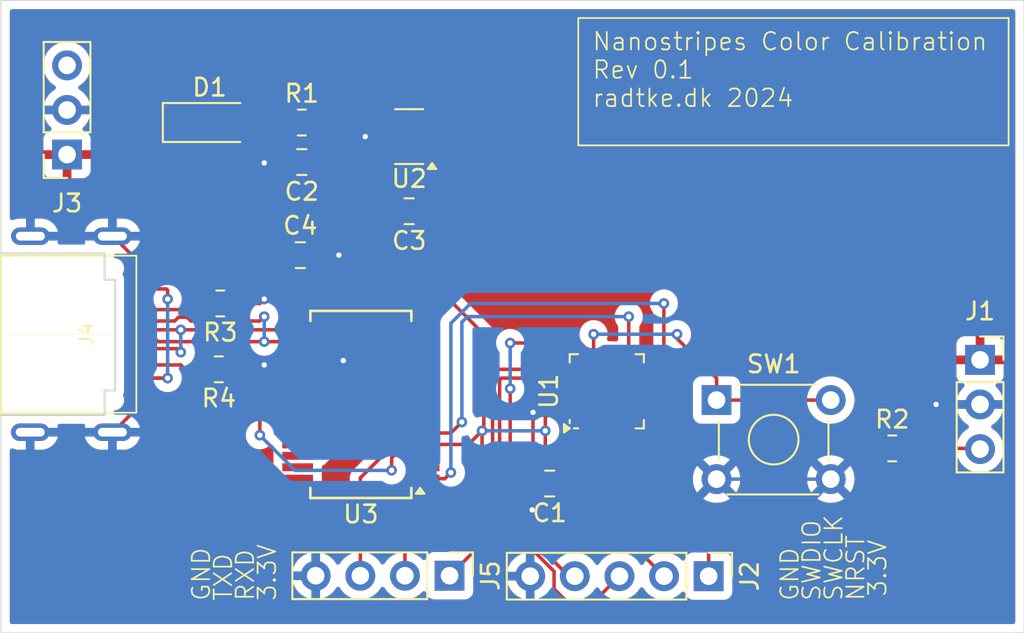
<source format=kicad_pcb>
(kicad_pcb (version 20240108) (generator "pcbnew") (generator_version "8.0")
  (layers (0 "F.Cu" signal) (31 "B.Cu" signal) (34 "B.Paste" user) (35 "F.Paste" user) (36 "B.SilkS" user "B.Silkscreen") (37 "F.SilkS" user "F.Silkscreen") (38 "B.Mask" user) (39 "F.Mask" user) (44 "Edge.Cuts" user))
  (net 0 "")
  (net 1 "+3.3V")
  (net 2 "GND")
  (net 3 "Net-(U2-IN)")
  (net 4 "Net-(D1-A)")
  (net 5 "+42V")
  (net 6 "Net-(J1-Pin_3)")
  (net 7 "SWCLK")
  (net 8 "SWDIO")
  (net 9 "NRST")
  (net 11 "E1")
  (net 12 "Net-(U1-PA27)")
  (net 17 "TXD")
  (net 22 "RXD")
  (net 32 "Net-(J4-VBUS-PadA4)")
  (net 33 "Net-(U3-3V3OUT)")
  (net 34 "Net-(U3-USBD-)")
  (net 35 "Net-(J4-CC2)")
  (net 36 "Net-(U3-USBD+)")
  (net 37 "Net-(J4-CC1)")
  (footprint "Capacitor_SMD:C_0805_2012Metric" (layer "F.Cu") (at 82.75 94 180)
    (property "Reference" "C1" (at 0 -1.68 360) (layer "F.SilkS"))
    (property "Value" "100n" (hide yes))
    (fp_line (start -0.261252 0.735) (end 0.261252 0.735) (stroke (width 0.12)) (layer "F.SilkS"))
    (fp_line (start -0.261252 -0.735) (end 0.261252 -0.735) (stroke (width 0.12)) (layer "F.SilkS"))
    (pad "1" smd roundrect (at -0.95 0 180) (size 1 1.45) (layers "F.Cu" "F.Paste" "F.Mask") (net 1 "+3.3V"))
    (pad "2" smd roundrect (at 0.95 0 180) (size 1 1.45) (layers "F.Cu" "F.Paste" "F.Mask") (net 2 "GND"))
  )
  (footprint "Resistor_SMD:R_0805_2012Metric" (layer "F.Cu") (at 63.9125 87.5 180)
    (property "Reference" "R4" (at 0 -1.65 360) (layer "F.SilkS"))
    (property "Value" "5,1k" (hide yes))
    (fp_line (start -0.227064 0.735) (end 0.227064 0.735) (stroke (width 0.12)) (layer "F.SilkS"))
    (fp_line (start -0.227064 -0.735) (end 0.227064 -0.735) (stroke (width 0.12)) (layer "F.SilkS"))
    (pad "1" smd roundrect (at -0.9125 0 180) (size 1.025 1.4) (layers "F.Cu" "F.Paste" "F.Mask") (roundrect_rratio 0.243902) (net 2 "GND"))
    (pad "2" smd roundrect (at 0.9125 0 180) (size 1.025 1.4) (layers "F.Cu" "F.Paste" "F.Mask") (roundrect_rratio 0.243902) (net 35 "Net-(J4-CC2)"))
  )
  (footprint "Package_DFN_QFN:QFN-24-1EP_4x4mm_P0.5mm_EP2.6x2.6mm" (layer "F.Cu") (at 86 88.75 90)
    (property "Reference" "U1" (at 0 -3.3 90) (layer "F.SilkS"))
    (property "Value" "ATSAMD11D14A-M" (hide yes))
    (fp_line (start 2.11 -2.11) (end 2.11 -1.635) (stroke (width 0.12)) (layer "F.SilkS"))
    (fp_line (start 1.635 -2.11) (end 2.11 -2.11) (stroke (width 0.12)) (layer "F.SilkS"))
    (fp_line (start -1.635 -2.11) (end -1.81 -2.11) (stroke (width 0.12)) (layer "F.SilkS"))
    (fp_line (start -2.11 -1.635) (end -2.11 -1.87) (stroke (width 0.12)) (layer "F.SilkS"))
    (fp_line (start 2.11 2.11) (end 2.11 1.635) (stroke (width 0.12)) (layer "F.SilkS"))
    (fp_line (start 1.635 2.11) (end 2.11 2.11) (stroke (width 0.12)) (layer "F.SilkS"))
    (fp_line (start -1.635 2.11) (end -2.11 2.11) (stroke (width 0.12)) (layer "F.SilkS"))
    (fp_line (start -2.11 2.11) (end -2.11 1.635) (stroke (width 0.12)) (layer "F.SilkS"))
    (fp_poly (pts (xy -2.11 -2.11) (xy -2.35 -2.44) (xy -1.87 -2.44) (xy -2.11 -2.11)) (stroke (width 0.12)) (fill solid) (layer "F.SilkS"))
    (pad "1" smd roundrect (at -1.9375 -1.25 90) (size 0.825 0.25) (layers "F.Cu" "F.Paste" "F.Mask"))
    (pad "2" smd roundrect (at -1.9375 -0.75 90) (size 0.825 0.25) (layers "F.Cu" "F.Paste" "F.Mask"))
    (pad "3" smd roundrect (at -1.9375 -0.25 90) (size 0.825 0.25) (layers "F.Cu" "F.Paste" "F.Mask") (net 11 "E1"))
    (pad "4" smd roundrect (at -1.9375 0.25 90) (size 0.825 0.25) (layers "F.Cu" "F.Paste" "F.Mask"))
    (pad "5" smd roundrect (at -1.9375 0.75 90) (size 0.825 0.25) (layers "F.Cu" "F.Paste" "F.Mask"))
    (pad "6" smd roundrect (at -1.9375 1.25 90) (size 0.825 0.25) (layers "F.Cu" "F.Paste" "F.Mask"))
    (pad "7" smd roundrect (at -1.25 1.9375 90) (size 0.25 0.825) (layers "F.Cu" "F.Paste" "F.Mask"))
    (pad "8" smd roundrect (at -0.75 1.9375 90) (size 0.25 0.825) (layers "F.Cu" "F.Paste" "F.Mask"))
    (pad "9" smd roundrect (at -0.25 1.9375 90) (size 0.25 0.825) (layers "F.Cu" "F.Paste" "F.Mask"))
    (pad "10" smd roundrect (at 0.25 1.9375 90) (size 0.25 0.825) (layers "F.Cu" "F.Paste" "F.Mask"))
    (pad "11" smd roundrect (at 0.75 1.9375 90) (size 0.25 0.825) (layers "F.Cu" "F.Paste" "F.Mask") (net 22 "RXD"))
    (pad "12" smd roundrect (at 1.25 1.9375 90) (size 0.25 0.825) (layers "F.Cu" "F.Paste" "F.Mask"))
    (pad "13" smd roundrect (at 1.9375 1.25 90) (size 0.825 0.25) (layers "F.Cu" "F.Paste" "F.Mask") (net 17 "TXD"))
    (pad "14" smd roundrect (at 1.9375 0.75 90) (size 0.825 0.25) (layers "F.Cu" "F.Paste" "F.Mask"))
    (pad "15" smd roundrect (at 1.9375 0.25 90) (size 0.825 0.25) (layers "F.Cu" "F.Paste" "F.Mask"))
    (pad "16" smd roundrect (at 1.9375 -0.25 90) (size 0.825 0.25) (layers "F.Cu" "F.Paste" "F.Mask"))
    (pad "17" smd roundrect (at 1.9375 -0.75 90) (size 0.825 0.25) (layers "F.Cu" "F.Paste" "F.Mask") (net 12 "Net-(U1-PA27)"))
    (pad "18" smd roundrect (at 1.9375 -1.25 90) (size 0.825 0.25) (layers "F.Cu" "F.Paste" "F.Mask") (net 9 "NRST"))
    (pad "19" smd roundrect (at 1.25 -1.9375 90) (size 0.25 0.825) (layers "F.Cu" "F.Paste" "F.Mask") (net 7 "SWCLK"))
    (pad "20" smd roundrect (at 0.75 -1.9375 90) (size 0.25 0.825) (layers "F.Cu" "F.Paste" "F.Mask") (net 8 "SWDIO"))
    (pad "21" smd roundrect (at 0.25 -1.9375 90) (size 0.25 0.825) (layers "F.Cu" "F.Paste" "F.Mask"))
    (pad "22" smd roundrect (at -0.25 -1.9375 90) (size 0.25 0.825) (layers "F.Cu" "F.Paste" "F.Mask"))
    (pad "23" smd roundrect (at -0.75 -1.9375 90) (size 0.25 0.825) (layers "F.Cu" "F.Paste" "F.Mask") (net 2 "GND"))
    (pad "24" smd roundrect (at -1.25 -1.9375 90) (size 0.25 0.825) (layers "F.Cu" "F.Paste" "F.Mask") (net 1 "+3.3V"))
    (pad "25" smd rect (at 0 0 90) (size 2.6 2.6) (property pad_prop_heatsink) (layers "F.Cu" "F.Mask"))
  )
  (footprint "Capacitor_SMD:C_0805_2012Metric" (layer "F.Cu") (at 68.55 81)
    (property "Reference" "C4" (at 0 -1.68 0) (layer "F.SilkS"))
    (property "Value" "100n" (hide yes))
    (fp_line (start -0.261252 -0.735) (end 0.261252 -0.735) (stroke (width 0.12)) (layer "F.SilkS"))
    (fp_line (start -0.261252 0.735) (end 0.261252 0.735) (stroke (width 0.12)) (layer "F.SilkS"))
    (pad "1" smd roundrect (at -0.95 0) (size 1 1.45) (layers "F.Cu" "F.Paste" "F.Mask") (net 33 "Net-(U3-3V3OUT)"))
    (pad "2" smd roundrect (at 0.95 0) (size 1 1.45) (layers "F.Cu" "F.Paste" "F.Mask") (net 2 "GND"))
  )
  (footprint "Button_Switch_THT:SW_TH_Tactile_Omron_B3F-10xx" (layer "F.Cu") (at 92.25 89.25)
    (property "Reference" "SW1" (at 3.25 -2.05 0) (layer "F.SilkS"))
    (property "Value" "SW_Push" (hide yes))
    (fp_line (start 0.13 3.4) (end 0.13 1.2) (stroke (width 0.12)) (layer "F.SilkS"))
    (fp_line (start 0.6 5.37) (end 5.8 5.37) (stroke (width 0.12)) (layer "F.SilkS"))
    (fp_line (start 1.2 -0.87) (end 5.6 -0.87) (stroke (width 0.12)) (layer "F.SilkS"))
    (fp_line (start 6.37 1.2) (end 6.37 3.4) (stroke (width 0.12)) (layer "F.SilkS"))
    (fp_circle (center 3.25 2.25) (end 4.25 3.25) (stroke (width 0.12)) (fill none) (layer "F.SilkS"))
    (pad "1" thru_hole rect (at 0 0) (size 1.7 1.7) (drill 1) (layers "*.Cu" "*.Mask") (net 12 "Net-(U1-PA27)"))
    (pad "1" thru_hole circle (at 6.5 0) (size 1.7 1.7) (drill 1) (layers "*.Cu" "*.Mask") (net 12 "Net-(U1-PA27)"))
    (pad "2" thru_hole circle (at 0 4.5) (size 1.7 1.7) (drill 1) (layers "*.Cu" "*.Mask") (net 2 "GND"))
    (pad "2" thru_hole circle (at 6.5 4.5) (size 1.7 1.7) (drill 1) (layers "*.Cu" "*.Mask") (net 2 "GND"))
  )
  (footprint "Resistor_SMD:R_0805_2012Metric" (layer "F.Cu") (at 68.6375 73.45)
    (property "Reference" "R1" (at 0 -1.65 0) (layer "F.SilkS"))
    (property "Value" "120" (hide yes))
    (fp_line (start -0.227064 -0.735) (end 0.227064 -0.735) (stroke (width 0.12)) (layer "F.SilkS"))
    (fp_line (start -0.227064 0.735) (end 0.227064 0.735) (stroke (width 0.12)) (layer "F.SilkS"))
    (pad "1" smd roundrect (at -0.9125 0) (size 1.025 1.4) (layers "F.Cu" "F.Paste" "F.Mask") (roundrect_rratio 0.243902) (net 4 "Net-(D1-A)"))
    (pad "2" smd roundrect (at 0.9125 0) (size 1.025 1.4) (layers "F.Cu" "F.Paste" "F.Mask") (roundrect_rratio 0.243902) (net 3 "Net-(U2-IN)"))
  )
  (footprint "Resistor_SMD:R_0805_2012Metric" (layer "F.Cu") (at 102.25 92)
    (property "Reference" "R2" (at 0 -1.65 0) (layer "F.SilkS"))
    (property "Value" "2,2k" (hide yes))
    (fp_line (start -0.227064 -0.735) (end 0.227064 -0.735) (stroke (width 0.12)) (layer "F.SilkS"))
    (fp_line (start -0.227064 0.735) (end 0.227064 0.735) (stroke (width 0.12)) (layer "F.SilkS"))
    (pad "1" smd roundrect (at -0.9125 0) (size 1.025 1.4) (layers "F.Cu" "F.Paste" "F.Mask") (roundrect_rratio 0.243902) (net 11 "E1"))
    (pad "2" smd roundrect (at 0.9125 0) (size 1.025 1.4) (layers "F.Cu" "F.Paste" "F.Mask") (roundrect_rratio 0.243902) (net 6 "Net-(J1-Pin_3)"))
  )
  (footprint "Connector_PinSocket_2.54mm:PinSocket_1x03_P2.54mm_Vertical" (layer "F.Cu") (at 107.25 86.96)
    (property "Reference" "J1" (at 0 -2.77 0) (layer "F.SilkS"))
    (property "Value" "Conn_01x03_Socket" (hide yes))
    (fp_line (start -1.33 1.27) (end -1.33 6.41) (stroke (width 0.12)) (layer "F.SilkS"))
    (fp_line (start -1.33 1.27) (end 1.33 1.27) (stroke (width 0.12)) (layer "F.SilkS"))
    (fp_line (start -1.33 6.41) (end 1.33 6.41) (stroke (width 0.12)) (layer "F.SilkS"))
    (fp_line (start 0 -1.33) (end 1.33 -1.33) (stroke (width 0.12)) (layer "F.SilkS"))
    (fp_line (start 1.33 -1.33) (end 1.33 0) (stroke (width 0.12)) (layer "F.SilkS"))
    (fp_line (start 1.33 1.27) (end 1.33 6.41) (stroke (width 0.12)) (layer "F.SilkS"))
    (pad "1" thru_hole rect (at 0 0) (size 1.7 1.7) (drill 1) (layers "*.Cu" "*.Mask") (net 5 "+42V"))
    (pad "2" thru_hole oval (at 0 2.54) (size 1.7 1.7) (drill 1) (layers "*.Cu" "*.Mask") (net 2 "GND"))
    (pad "3" thru_hole oval (at 0 5.08) (size 1.7 1.7) (drill 1) (layers "*.Cu" "*.Mask") (net 6 "Net-(J1-Pin_3)"))
  )
  (footprint "Connector_PinHeader_2.54mm:PinHeader_1x04_P2.54mm_Vertical" (layer "F.Cu") (at 77.05 99.25 -90)
    (property "Reference" "J5" (at 0 -2.33 90) (layer "F.SilkS"))
    (property "Value" "Conn_01x04_Pin" (hide yes))
    (fp_line (start -1.33 8.95) (end 1.33 8.95) (stroke (width 0.12)) (layer "F.SilkS"))
    (fp_line (start -1.33 1.27) (end -1.33 8.95) (stroke (width 0.12)) (layer "F.SilkS"))
    (fp_line (start -1.33 1.27) (end 1.33 1.27) (stroke (width 0.12)) (layer "F.SilkS"))
    (fp_line (start 1.33 1.27) (end 1.33 8.95) (stroke (width 0.12)) (layer "F.SilkS"))
    (fp_line (start -1.33 0) (end -1.33 -1.33) (stroke (width 0.12)) (layer "F.SilkS"))
    (fp_line (start -1.33 -1.33) (end 0 -1.33) (stroke (width 0.12)) (layer "F.SilkS"))
    (pad "1" thru_hole rect (at 0 0 270) (size 1.7 1.7) (drill 1) (layers "*.Cu" "*.Mask") (net 1 "+3.3V"))
    (pad "2" thru_hole oval (at 0 2.54 270) (size 1.7 1.7) (drill 1) (layers "*.Cu" "*.Mask") (net 22 "RXD"))
    (pad "3" thru_hole oval (at 0 5.08 270) (size 1.7 1.7) (drill 1) (layers "*.Cu" "*.Mask") (net 17 "TXD"))
    (pad "4" thru_hole oval (at 0 7.62 270) (size 1.7 1.7) (drill 1) (layers "*.Cu" "*.Mask") (net 2 "GND"))
  )
  (footprint "USB-C-Power-tester:TYPE-C-31-M-14" (layer "F.Cu") (at 54.2175 85.5 -90)
    (property "Reference" "J4" (at 0 -2.15 90) (layer "F.SilkS") (effects (font (size 0.8 0.8) (thickness 0.1))))
    (property "Value" "USB_C_Receptacle_USB2.0_16P" (hide yes))
    (fp_line (start 4.47 2.7) (end -4.47 2.7) (stroke (width 0.1)) (layer "F.SilkS"))
    (fp_line (start 0 -4.02) (end 0 2.3) (stroke (width 0.02)) (layer "F.SilkS"))
    (fp_line (start -4.47 -5) (end -4.47 2.7) (stroke (width 0.1)) (layer "F.SilkS"))
    (fp_line (start 4.47 -5) (end 4.47 2.7) (stroke (width 0.1)) (layer "F.SilkS"))
    (fp_line (start 4.47 -5) (end -4.47 -5) (stroke (width 0.1)) (layer "F.SilkS"))
    (fp_line (start 4.6 2.7) (end 4.6 -3.2) (stroke (width 0.12)) (layer "Edge.Cuts"))
    (fp_line (start -4.6 -3.2) (end -4.6 2.7) (stroke (width 0.12)) (layer "Edge.Cuts"))
    (fp_line (start -3.1 -3.2) (end -4.6 -3.2) (stroke (width 0.12)) (layer "Edge.Cuts"))
    (fp_line (start 3.2 -3.2) (end 3.2 -3.8) (stroke (width 0.12)) (layer "Edge.Cuts"))
    (fp_line (start 4.6 -3.2) (end 3.2 -3.2) (stroke (width 0.12)) (layer "Edge.Cuts"))
    (fp_line (start -3.1 -3.8) (end -3.1 -3.2) (stroke (width 0.12)) (layer "Edge.Cuts"))
    (fp_line (start 3.2 -3.8) (end -3.1 -3.8) (stroke (width 0.12)) (layer "Edge.Cuts"))
    (pad "" np_thru_hole circle (at -3.75 -3.725 270) (size 0.65 0.65) (drill 0.65) (layers "*.Cu" "*.Mask") (clearance 0.01))
    (pad "" np_thru_hole circle (at 3.75 -3.725 270) (size 0.65 0.65) (drill 0.65) (layers "*.Cu" "*.Mask") (clearance 0.01))
    (pad "A1" smd rect (at -3.375 -5.1 270) (size 0.25 1.45) (layers "F.Cu" "F.Paste" "F.Mask") (net 2 "GND"))
    (pad "A4" smd rect (at -2.575 -5.1 270) (size 0.25 1.45) (layers "F.Cu" "F.Paste" "F.Mask") (net 32 "Net-(J4-VBUS-PadA4)"))
    (pad "A5" smd rect (at -1.25 -5.1 270) (size 0.25 1.45) (layers "F.Cu" "F.Paste" "F.Mask") (net 37 "Net-(J4-CC1)"))
    (pad "A6" smd rect (at -0.25 -5.1 270) (size 0.25 1.45) (layers "F.Cu" "F.Paste" "F.Mask") (net 36 "Net-(U3-USBD+)"))
    (pad "A7" smd rect (at 0.25 -5.1 270) (size 0.25 1.45) (layers "F.Cu" "F.Paste" "F.Mask") (net 34 "Net-(U3-USBD-)"))
    (pad "A8" smd rect (at 1.25 -5.1 270) (size 0.25 1.45) (layers "F.Cu" "F.Paste" "F.Mask"))
    (pad "A9" smd rect (at 2.575 -5.1 270) (size 0.25 1.45) (layers "F.Cu" "F.Paste" "F.Mask") (net 32 "Net-(J4-VBUS-PadA4)"))
    (pad "A12" smd rect (at 3.375 -5.1 270) (size 0.25 1.45) (layers "F.Cu" "F.Paste" "F.Mask") (net 2 "GND"))
    (pad "B1" smd rect (at 3.1 -5.1 270) (size 0.3 1.45) (layers "F.Cu" "F.Paste" "F.Mask") (net 2 "GND"))
    (pad "B4" smd rect (at 2.3 -5.1 270) (size 0.3 1.45) (layers "F.Cu" "F.Paste" "F.Mask") (net 32 "Net-(J4-VBUS-PadA4)"))
    (pad "B5" smd rect (at 1.75 -5.1 270) (size 0.25 1.45) (layers "F.Cu" "F.Paste" "F.Mask") (net 35 "Net-(J4-CC2)"))
    (pad "B6" smd rect (at 0.75 -5.1 270) (size 0.25 1.45) (layers "F.Cu" "F.Paste" "F.Mask") (net 36 "Net-(U3-USBD+)"))
    (pad "B7" smd rect (at -0.75 -5.1 270) (size 0.25 1.45) (layers "F.Cu" "F.Paste" "F.Mask") (net 34 "Net-(U3-USBD-)"))
    (pad "B8" smd rect (at -1.75 -5.1 270) (size 0.25 1.45) (layers "F.Cu" "F.Paste" "F.Mask"))
    (pad "B9" smd rect (at -2.3 -5.1 270) (size 0.3 1.45) (layers "F.Cu" "F.Paste" "F.Mask") (net 32 "Net-(J4-VBUS-PadA4)"))
    (pad "B12" smd rect (at -3.1 -5.1 270) (size 0.3 1.45) (layers "F.Cu" "F.Paste" "F.Mask") (net 2 "GND"))
    (pad "S1" thru_hole roundrect (at -5.58 -3.64 270) (size 1 2.2) (drill oval 0.5 1.65) (layers "*.Cu" "*.Mask") (roundrect_rratio 0.5) (net 2 "GND"))
    (pad "S1" thru_hole roundrect (at -5.58 1.03 270) (size 1 2.2) (drill oval 0.5 1.65) (layers "*.Cu" "*.Mask") (roundrect_rratio 0.5) (net 2 "GND"))
    (pad "S1" thru_hole roundrect (at 5.58 -3.64 270) (size 1 2.2) (drill oval 0.5 1.65) (layers "*.Cu" "*.Mask") (roundrect_rratio 0.5) (net 2 "GND"))
    (pad "S1" thru_hole roundrect (at 5.58 1.04 270) (size 1 2.2) (drill oval 0.5 1.65) (layers "*.Cu" "*.Mask") (roundrect_rratio 0.5) (net 2 "GND"))
  )
  (footprint "Diode_SMD:D_MiniMELF" (layer "F.Cu") (at 63.3875 73.45)
    (property "Reference" "D1" (at 0 -2 0) (layer "F.SilkS"))
    (property "Value" "24V" (hide yes))
    (fp_line (start -2.66 -1.11) (end -2.66 1.11) (stroke (width 0.12)) (layer "F.SilkS"))
    (fp_line (start -2.66 1.11) (end 1.75 1.11) (stroke (width 0.12)) (layer "F.SilkS"))
    (fp_line (start 1.75 -1.11) (end -2.66 -1.11) (stroke (width 0.12)) (layer "F.SilkS"))
    (pad "1" smd roundrect (at -1.75 0) (size 1.3 1.7) (layers "F.Cu" "F.Paste" "F.Mask") (roundrect_rratio 0.1923076923) (net 5 "+42V"))
    (pad "2" smd roundrect (at 1.75 0) (size 1.3 1.7) (layers "F.Cu" "F.Paste" "F.Mask") (roundrect_rratio 0.1923076923) (net 4 "Net-(D1-A)"))
  )
  (footprint "Capacitor_SMD:C_0805_2012Metric" (layer "F.Cu") (at 74.75 78.5 180)
    (property "Reference" "C3" (at 0 -1.68 360) (layer "F.SilkS"))
    (property "Value" "0,47u" (hide yes))
    (fp_line (start -0.261252 0.735) (end 0.261252 0.735) (stroke (width 0.12)) (layer "F.SilkS"))
    (fp_line (start -0.261252 -0.735) (end 0.261252 -0.735) (stroke (width 0.12)) (layer "F.SilkS"))
    (pad "1" smd roundrect (at -0.95 0 180) (size 1 1.45) (layers "F.Cu" "F.Paste" "F.Mask") (net 1 "+3.3V"))
    (pad "2" smd roundrect (at 0.95 0 180) (size 1 1.45) (layers "F.Cu" "F.Paste" "F.Mask") (net 2 "GND"))
  )
  (footprint "Package_SO:SSOP-28_5.3x10.2mm_P0.65mm" (layer "F.Cu") (at 72 89.5 180)
    (property "Reference" "U3" (at 0 -6.25 360) (layer "F.SilkS"))
    (property "Value" "FT232RL" (hide yes))
    (fp_line (start 2.875 4.75) (end 2.875 5.325) (stroke (width 0.15)) (layer "F.SilkS"))
    (fp_line (start 2.875 -5.325) (end 2.875 -4.75) (stroke (width 0.15)) (layer "F.SilkS"))
    (fp_line (start -2.875 5.325) (end 2.875 5.325) (stroke (width 0.15)) (layer "F.SilkS"))
    (fp_line (start -2.875 4.75) (end -2.875 5.325) (stroke (width 0.15)) (layer "F.SilkS"))
    (fp_line (start -2.875 -5.325) (end 2.875 -5.325) (stroke (width 0.15)) (layer "F.SilkS"))
    (fp_line (start -2.875 -5.325) (end -2.875 -4.75) (stroke (width 0.15)) (layer "F.SilkS"))
    (fp_poly (pts (xy -3.375 -4.75) (xy -3.615 -5.08) (xy -3.135 -5.08) (xy -3.375 -4.75)) (stroke (width 0.12)) (fill solid) (layer "F.SilkS"))
    (pad "1" smd rect (at -3.6 -4.225 180) (size 1.75 0.45) (layers "F.Cu" "F.Paste" "F.Mask") (net 22 "RXD"))
    (pad "2" smd rect (at -3.6 -3.575 180) (size 1.75 0.45) (layers "F.Cu" "F.Paste" "F.Mask"))
    (pad "3" smd rect (at -3.6 -2.925 180) (size 1.75 0.45) (layers "F.Cu" "F.Paste" "F.Mask"))
    (pad "4" smd rect (at -3.6 -2.275 180) (size 1.75 0.45) (layers "F.Cu" "F.Paste" "F.Mask") (net 1 "+3.3V"))
    (pad "5" smd rect (at -3.6 -1.625 180) (size 1.75 0.45) (layers "F.Cu" "F.Paste" "F.Mask") (net 17 "TXD"))
    (pad "6" smd rect (at -3.6 -0.975 180) (size 1.75 0.45) (layers "F.Cu" "F.Paste" "F.Mask"))
    (pad "7" smd rect (at -3.6 -0.325 180) (size 1.75 0.45) (layers "F.Cu" "F.Paste" "F.Mask") (net 2 "GND"))
    (pad "8" smd rect (at -3.6 0.325 180) (size 1.75 0.45) (layers "F.Cu" "F.Paste" "F.Mask"))
    (pad "9" smd rect (at -3.6 0.975 180) (size 1.75 0.45) (layers "F.Cu" "F.Paste" "F.Mask"))
    (pad "10" smd rect (at -3.6 1.625 180) (size 1.75 0.45) (layers "F.Cu" "F.Paste" "F.Mask"))
    (pad "11" smd rect (at -3.6 2.275 180) (size 1.75 0.45) (layers "F.Cu" "F.Paste" "F.Mask"))
    (pad "12" smd rect (at -3.6 2.925 180) (size 1.75 0.45) (layers "F.Cu" "F.Paste" "F.Mask"))
    (pad "13" smd rect (at -3.6 3.575 180) (size 1.75 0.45) (layers "F.Cu" "F.Paste" "F.Mask"))
    (pad "14" smd rect (at -3.6 4.225 180) (size 1.75 0.45) (layers "F.Cu" "F.Paste" "F.Mask"))
    (pad "15" smd rect (at 3.6 4.225 180) (size 1.75 0.45) (layers "F.Cu" "F.Paste" "F.Mask") (net 36 "Net-(U3-USBD+)"))
    (pad "16" smd rect (at 3.6 3.575 180) (size 1.75 0.45) (layers "F.Cu" "F.Paste" "F.Mask") (net 34 "Net-(U3-USBD-)"))
    (pad "17" smd rect (at 3.6 2.925 180) (size 1.75 0.45) (layers "F.Cu" "F.Paste" "F.Mask") (net 33 "Net-(U3-3V3OUT)"))
    (pad "18" smd rect (at 3.6 2.275 180) (size 1.75 0.45) (layers "F.Cu" "F.Paste" "F.Mask") (net 2 "GND"))
    (pad "19" smd rect (at 3.6 1.625 180) (size 1.75 0.45) (layers "F.Cu" "F.Paste" "F.Mask"))
    (pad "20" smd rect (at 3.6 0.975 180) (size 1.75 0.45) (layers "F.Cu" "F.Paste" "F.Mask") (net 1 "+3.3V"))
    (pad "21" smd rect (at 3.6 0.325 180) (size 1.75 0.45) (layers "F.Cu" "F.Paste" "F.Mask") (net 2 "GND"))
    (pad "22" smd rect (at 3.6 -0.325 180) (size 1.75 0.45) (layers "F.Cu" "F.Paste" "F.Mask"))
    (pad "23" smd rect (at 3.6 -0.975 180) (size 1.75 0.45) (layers "F.Cu" "F.Paste" "F.Mask"))
    (pad "24" smd rect (at 3.6 -1.625 180) (size 1.75 0.45) (layers "F.Cu" "F.Paste" "F.Mask"))
    (pad "25" smd rect (at 3.6 -2.275 180) (size 1.75 0.45) (layers "F.Cu" "F.Paste" "F.Mask") (net 2 "GND"))
    (pad "26" smd rect (at 3.6 -2.925 180) (size 1.75 0.45) (layers "F.Cu" "F.Paste" "F.Mask") (net 2 "GND"))
    (pad "27" smd rect (at 3.6 -3.575 180) (size 1.75 0.45) (layers "F.Cu" "F.Paste" "F.Mask"))
    (pad "28" smd rect (at 3.6 -4.225 180) (size 1.75 0.45) (layers "F.Cu" "F.Paste" "F.Mask"))
  )
  (footprint "Package_TO_SOT_SMD:SOT-23-3" (layer "F.Cu") (at 74.75 74.25 180)
    (property "Reference" "U2" (at 0 -2.4 360) (layer "F.SilkS"))
    (property "Value" "78L03" (hide yes))
    (fp_line (start 0 1.56) (end 0.8 1.56) (stroke (width 0.12)) (layer "F.SilkS"))
    (fp_line (start 0 1.56) (end -0.8 1.56) (stroke (width 0.12)) (layer "F.SilkS"))
    (fp_line (start 0 -1.56) (end 0.8 -1.56) (stroke (width 0.12)) (layer "F.SilkS"))
    (fp_line (start 0 -1.56) (end -0.8 -1.56) (stroke (width 0.12)) (layer "F.SilkS"))
    (fp_poly (pts (xy -1.3 -1.51) (xy -1.54 -1.84) (xy -1.06 -1.84) (xy -1.3 -1.51)) (stroke (width 0.12)) (fill solid) (layer "F.SilkS"))
    (pad "1" smd roundrect (at -1.1375 -0.95 180) (size 1.325 0.6) (layers "F.Cu" "F.Paste" "F.Mask") (net 1 "+3.3V"))
    (pad "2" smd roundrect (at -1.1375 0.95 180) (size 1.325 0.6) (layers "F.Cu" "F.Paste" "F.Mask") (net 3 "Net-(U2-IN)"))
    (pad "3" smd roundrect (at 1.1375 0 180) (size 1.325 0.6) (layers "F.Cu" "F.Paste" "F.Mask") (net 2 "GND"))
  )
  (footprint "Resistor_SMD:R_0805_2012Metric" (layer "F.Cu") (at 64 83.75 180)
    (property "Reference" "R3" (at 0 -1.65 360) (layer "F.SilkS"))
    (property "Value" "5,1k" (hide yes))
    (fp_line (start -0.227064 0.735) (end 0.227064 0.735) (stroke (width 0.12)) (layer "F.SilkS"))
    (fp_line (start -0.227064 -0.735) (end 0.227064 -0.735) (stroke (width 0.12)) (layer "F.SilkS"))
    (pad "1" smd roundrect (at -0.9125 0 180) (size 1.025 1.4) (layers "F.Cu" "F.Paste" "F.Mask") (roundrect_rratio 0.243902) (net 2 "GND"))
    (pad "2" smd roundrect (at 0.9125 0 180) (size 1.025 1.4) (layers "F.Cu" "F.Paste" "F.Mask") (roundrect_rratio 0.243902) (net 37 "Net-(J4-CC1)"))
  )
  (footprint "Capacitor_SMD:C_0805_2012Metric" (layer "F.Cu") (at 68.6375 75.7 180)
    (property "Reference" "C2" (at 0 -1.68 360) (layer "F.SilkS"))
    (property "Value" "1u" (hide yes))
    (fp_line (start -0.261252 0.735) (end 0.261252 0.735) (stroke (width 0.12)) (layer "F.SilkS"))
    (fp_line (start -0.261252 -0.735) (end 0.261252 -0.735) (stroke (width 0.12)) (layer "F.SilkS"))
    (pad "1" smd roundrect (at -0.95 0 180) (size 1 1.45) (layers "F.Cu" "F.Paste" "F.Mask") (net 3 "Net-(U2-IN)"))
    (pad "2" smd roundrect (at 0.95 0 180) (size 1 1.45) (layers "F.Cu" "F.Paste" "F.Mask") (net 2 "GND"))
  )
  (footprint "Connector_PinHeader_2.54mm:PinHeader_1x05_P2.54mm_Vertical" (layer "F.Cu") (at 91.8 99.275 -90)
    (property "Reference" "J2" (at 0 -2.33 -90) (layer "F.SilkS"))
    (property "Value" "Conn_01x05_Pin" (hide yes))
    (fp_line (start -1.33 11.49) (end 1.33 11.49) (stroke (width 0.12)) (layer "F.SilkS"))
    (fp_line (start -1.33 1.27) (end -1.33 11.49) (stroke (width 0.12)) (layer "F.SilkS"))
    (fp_line (start -1.33 1.27) (end 1.33 1.27) (stroke (width 0.12)) (layer "F.SilkS"))
    (fp_line (start 1.33 1.27) (end 1.33 11.49) (stroke (width 0.12)) (layer "F.SilkS"))
    (fp_line (start -1.33 0) (end -1.33 -1.33) (stroke (width 0.12)) (layer "F.SilkS"))
    (fp_line (start -1.33 -1.33) (end 0 -1.33) (stroke (width 0.12)) (layer "F.SilkS"))
    (pad "1" thru_hole rect (at 0 0 270) (size 1.7 1.7) (drill 1) (layers "*.Cu" "*.Mask") (net 1 "+3.3V"))
    (pad "2" thru_hole oval (at 0 2.54 270) (size 1.7 1.7) (drill 1) (layers "*.Cu" "*.Mask") (net 9 "NRST"))
    (pad "3" thru_hole oval (at 0 5.08 270) (size 1.7 1.7) (drill 1) (layers "*.Cu" "*.Mask") (net 7 "SWCLK"))
    (pad "4" thru_hole oval (at 0 7.62 270) (size 1.7 1.7) (drill 1) (layers "*.Cu" "*.Mask") (net 8 "SWDIO"))
    (pad "5" thru_hole oval (at 0 10.16 270) (size 1.7 1.7) (drill 1) (layers "*.Cu" "*.Mask") (net 2 "GND"))
  )
  (footprint "Connector_PinSocket_2.54mm:PinSocket_1x03_P2.54mm_Vertical" (layer "F.Cu") (at 55.275 75.275 180)
    (property "Reference" "J3" (at 0 -2.77 360) (layer "F.SilkS"))
    (property "Value" "Conn_01x03_Socket" (hide yes))
    (fp_line (start 1.33 1.27) (end 1.33 6.41) (stroke (width 0.12)) (layer "F.SilkS"))
    (fp_line (start 1.33 -1.33) (end 1.33 0) (stroke (width 0.12)) (layer "F.SilkS"))
    (fp_line (start 0 -1.33) (end 1.33 -1.33) (stroke (width 0.12)) (layer "F.SilkS"))
    (fp_line (start -1.33 6.41) (end 1.33 6.41) (stroke (width 0.12)) (layer "F.SilkS"))
    (fp_line (start -1.33 1.27) (end 1.33 1.27) (stroke (width 0.12)) (layer "F.SilkS"))
    (fp_line (start -1.33 1.27) (end -1.33 6.41) (stroke (width 0.12)) (layer "F.SilkS"))
    (pad "1" thru_hole rect (at 0 0 180) (size 1.7 1.7) (drill 1) (layers "*.Cu" "*.Mask") (net 5 "+42V"))
    (pad "2" thru_hole oval (at 0 2.54 180) (size 1.7 1.7) (drill 1) (layers "*.Cu" "*.Mask") (net 2 "GND"))
    (pad "3" thru_hole oval (at 0 5.08 180) (size 1.7 1.7) (drill 1) (layers "*.Cu" "*.Mask"))
  )
  (gr_line (start 51.5175 66.5) (end 109.75 66.5) (stroke (width 0.05)) (layer "Edge.Cuts"))
  (gr_line (start 51.5175 102.5) (end 51.5175 90.1) (stroke (width 0.05)) (layer "Edge.Cuts"))
  (gr_line (start 109.75 66.5) (end 109.75 102.5) (stroke (width 0.05)) (layer "Edge.Cuts"))
  (gr_line (start 109.75 102.5) (end 51.5175 102.5) (stroke (width 0.05)) (layer "Edge.Cuts"))
  (gr_line (start 51.5175 80.9) (end 51.5175 66.5) (stroke (width 0.05)) (layer "Edge.Cuts"))
  (gr_text "SWDIO" (at 98.25 100.75 90) (layer "F.SilkS") (effects (font (size 1 1) (thickness 0.1)) (justify left bottom)))
  (gr_text "GND" (at 63.5 100.75 90) (layer "F.SilkS") (effects (font (size 1 1) (thickness 0.1)) (justify left bottom)))
  (gr_text "GND" (at 97 100.75 90) (layer "F.SilkS") (effects (font (size 1 1) (thickness 0.1)) (justify left bottom)))
  (gr_text "SWCLK" (at 99.5 100.75 90) (layer "F.SilkS") (effects (font (size 1 1) (thickness 0.1)) (justify left bottom)))
  (gr_text "3.3V" (at 102 100.5 90) (layer "F.SilkS") (effects (font (size 1 1) (thickness 0.1)) (justify left bottom)))
  (gr_text "3.3V" (at 67.25 100.75 90) (layer "F.SilkS") (effects (font (size 1 1) (thickness 0.1)) (justify left bottom)))
  (gr_text "TXD" (at 64.75 100.75 90) (layer "F.SilkS") (effects (font (size 1 1) (thickness 0.1)) (justify left bottom)))
  (gr_text "NRST" (at 100.75 100.75 90) (layer "F.SilkS") (effects (font (size 1 1) (thickness 0.1)) (justify left bottom)))
  (gr_text "RXD" (at 66 100.75 90) (layer "F.SilkS") (effects (font (size 1 1) (thickness 0.1)) (justify left bottom)))
  (gr_text_box "Nanostripes Color Calibration\nRev 0.1\nradtke.dk 2024" (start 84.375 67.5) (end 108.875 74.75) (layer "F.SilkS") (effects (font (size 1 1) (thickness 0.1)) (justify left top)) (border yes) (stroke (width 0.1)))
  (segment (start 78.9 97.4) (end 77.05 99.25) (width 0.2) (layer "F.Cu") (net 1))
  (segment (start 78.9 91) (end 78.9 97.4) (width 0.2) (layer "F.Cu") (net 1))
  (segment (start 74.525 91.775) (end 75.6 91.775) (width 0.2) (layer "F.Cu") (net 1))
  (segment (start 86 97.25) (end 88.25 97.25) (width 0.2) (layer "F.Cu") (net 1))
  (segment (start 82.75 92.75) (end 83.25 92.75) (width 0.2) (layer "F.Cu") (net 1))
  (segment (start 66.25 89.6) (end 66.25 91.25) (width 0.2) (layer "F.Cu") (net 1))
  (segment (start 88.75 97.75) (end 91.75 97.75) (width 0.2) (layer "F.Cu") (net 1))
  (segment (start 82.75 90) (end 82.5 90.25) (width 0.2) (layer "F.Cu") (net 1))
  (segment (start 82.5 91) (end 82.5 92.5) (width 0.2) (layer "F.Cu") (net 1))
  (segment (start 88.25 97.25) (end 88.75 97.75) (width 0.2) (layer "F.Cu") (net 1))
  (segment (start 73.75 92.55) (end 74.525 91.775) (width 0.2) (layer "F.Cu") (net 1))
  (segment (start 82.5 92.5) (end 82.75 92.75) (width 0.2) (layer "F.Cu") (net 1))
  (segment (start 75.7 82.2) (end 79 85.5) (width 0.2) (layer "F.Cu") (net 1))
  (segment (start 84.0625 90) (end 82.75 90) (width 0.2) (layer "F.Cu") (net 1))
  (segment (start 75.8875 75.2) (end 75.8875 78.3125) (width 0.2) (layer "F.Cu") (net 1))
  (segment (start 75.6 91.775) (end 78.125 91.775) (width 0.2) (layer "F.Cu") (net 1))
  (segment (start 83.7 94.95) (end 86 97.25) (width 0.2) (layer "F.Cu") (net 1))
  (segment (start 91.8 97.8) (end 91.8 99.275) (width 0.2) (layer "F.Cu") (net 1))
  (segment (start 79 85.5) (end 79 90.9) (width 0.2) (layer "F.Cu") (net 1))
  (segment (start 79 90.9) (end 78.9 91) (width 0.2) (layer "F.Cu") (net 1))
  (segment (start 78.125 91.775) (end 78.9 91) (width 0.2) (layer "F.Cu") (net 1))
  (segment (start 68.4 88.525) (end 67.325 88.525) (width 0.2) (layer "F.Cu") (net 1))
  (segment (start 83.7 94) (end 83.7 94.95) (width 0.2) (layer "F.Cu") (net 1))
  (segment (start 83.7 93.2) (end 83.7 94) (width 0.2) (layer "F.Cu") (net 1))
  (segment (start 67.325 88.525) (end 66.25 89.6) (width 0.2) (layer "F.Cu") (net 1))
  (segment (start 82.5 90.25) (end 82.5 91) (width 0.2) (layer "F.Cu") (net 1))
  (segment (start 83.25 92.75) (end 83.7 93.2) (width 0.2) (layer "F.Cu") (net 1))
  (segment (start 91.75 97.75) (end 91.8 97.8) (width 0.2) (layer "F.Cu") (net 1))
  (segment (start 73.75 93.25) (end 73.75 92.55) (width 0.2) (layer "F.Cu") (net 1))
  (segment (start 75.8875 78.3125) (end 75.7 78.5) (width 0.2) (layer "F.Cu") (net 1))
  (segment (start 75.7 78.5) (end 75.7 82.2) (width 0.2) (layer "F.Cu") (net 1))
  (via (at 78.9 91) (size 0.6) (drill 0.3) (layers "F.Cu" "B.Cu") (net 1))
  (via (at 82.5 91) (size 0.6) (drill 0.3) (layers "F.Cu" "B.Cu") (net 1))
  (via (at 66.25 91.25) (size 0.6) (drill 0.3) (layers "F.Cu" "B.Cu") (net 1))
  (via (at 73.75 93.25) (size 0.6) (drill 0.3) (layers "F.Cu" "B.Cu") (net 1))
  (segment (start 68.25 93.25) (end 73.75 93.25) (width 0.2) (layer "B.Cu") (net 1))
  (segment (start 78.9 91) (end 82.5 91) (width 0.2) (layer "B.Cu") (net 1))
  (segment (start 66.25 91.25) (end 68.25 93.25) (width 0.2) (layer "B.Cu") (net 1))
  (segment (start 66.25 83.75) (end 66.5 83.5) (width 0.2) (layer "F.Cu") (net 2))
  (segment (start 53.21 91.08) (end 57.89 91.08) (width 0.2) (layer "F.Cu") (net 2))
  (segment (start 70.825 89.825) (end 70.75 89.75) (width 0.2) (layer "F.Cu") (net 2))
  (segment (start 59.35 82.125) (end 59.35 81.38) (width 0.2) (layer "F.Cu") (net 2))
  (segment (start 73.6125 74.25) (end 72.25 74.25) (width 0.2) (layer "F.Cu") (net 2))
  (segment (start 70.75 87.25) (end 70.75 87.9) (width 0.2) (layer "F.Cu") (net 2))
  (segment (start 64.9125 83.75) (end 66.25 83.75) (width 0.2) (layer "F.Cu") (net 2))
  (segment (start 81.8 89.95) (end 81.8 94) (width 0.2) (layer "F.Cu") (net 2))
  (segment (start 69.5 81) (end 70.75 81) (width 0.2) (layer "F.Cu") (net 2))
  (segment (start 70.75 90.5) (end 69.475 91.775) (width 0.2) (layer "F.Cu") (net 2))
  (segment (start 59.35 81.38) (end 57.89 79.92) (width 0.2) (layer "F.Cu") (net 2))
  (segment (start 82.25 89.5) (end 81.8 89.95) (width 0.2) (layer "F.Cu") (net 2))
  (segment (start 69.5 81) (end 69.5 83) (width 0.2) (layer "F.Cu") (net 2))
  (segment (start 73.8 78.5) (end 71.3 81) (width 0.2) (layer "F.Cu") (net 2))
  (segment (start 69.575 92.425) (end 70.75 91.25) (width 0.2) (layer "F.Cu") (net 2))
  (segment (start 59.35 89.62) (end 57.89 91.08) (width 0.2) (layer "F.Cu") (net 2))
  (segment (start 81.8 95.45) (end 81.75 95.5) (width 0.2) (layer "F.Cu") (net 2))
  (segment (start 107.25 89.5) (end 104.75 89.5) (width 0.2) (layer "F.Cu") (net 2))
  (segment (start 68.4 87.225) (end 66.525 87.225) (width 0.2) (layer "F.Cu") (net 2))
  (segment (start 59.35 82.4) (end 59.35 82.125) (width 0.2) (layer "F.Cu") (net 2))
  (segment (start 70.75 89.75) (end 70.75 90.5) (width 0.2) (layer "F.Cu") (net 2))
  (segment (start 69.475 89.175) (end 68.4 89.175) (width 0.2) (layer "F.Cu") (net 2))
  (segment (start 70.75 87.9) (end 70.75 89.75) (width 0.2) (layer "F.Cu") (net 2))
  (segment (start 69.475 91.775) (end 68.4 91.775) (width 0.2) (layer "F.Cu") (net 2))
  (segment (start 81.8 94) (end 81.8 95.45) (width 0.2) (layer "F.Cu") (net 2))
  (segment (start 57.89 79.92) (end 53.22 79.92) (width 0.2) (layer "F.Cu") (net 2))
  (segment (start 71 84.5) (end 71 87) (width 0.2) (layer "F.Cu") (net 2))
  (segment (start 73.6125 74.25) (end 73.6125 78.3125) (width 0.2) (layer "F.Cu") (net 2))
  (segment (start 70.75 87.25) (end 70.725 87.225) (width 0.2) (layer "F.Cu") (net 2))
  (segment (start 59.35 88.875) (end 59.35 89.62) (width 0.2) (layer "F.Cu") (net 2))
  (segment (start 59.35 88.875) (end 59.35 88.6) (width 0.2) (layer "F.Cu") (net 2))
  (segment (start 69.5 83) (end 71 84.5) (width 0.2) (layer "F.Cu") (net 2))
  (segment (start 73.6125 78.3125) (end 73.8 78.5) (width 0.2) (layer "F.Cu") (net 2))
  (segment (start 71.3 81) (end 70.75 81) (width 0.2) (layer "F.Cu") (net 2))
  (segment (start 70.725 87.225) (end 68.4 87.225) (width 0.2) (layer "F.Cu") (net 2))
  (segment (start 66.55 75.7) (end 66.5 75.75) (width 0.2) (layer "F.Cu") (net 2))
  (segment (start 70.75 87.9) (end 69.475 89.175) (width 0.2) (layer "F.Cu") (net 2))
  (segment (start 66.25 87.5) (end 66.5 87.25) (width 0.2) (layer "F.Cu") (net 2))
  (segment (start 75.6 89.825) (end 70.825 89.825) (width 0.2) (layer "F.Cu") (net 2))
  (segment (start 68.4 92.425) (end 69.575 92.425) (width 0.2) (layer "F.Cu") (net 2))
  (segment (start 70.75 91.25) (end 70.75 90.5) (width 0.2) (layer "F.Cu") (net 2))
  (segment (start 64.825 87.5) (end 66.25 87.5) (width 0.2) (layer "F.Cu") (net 2))
  (segment (start 67.6875 75.7) (end 66.55 75.7) (width 0.2) (layer "F.Cu") (net 2))
  (segment (start 71 87) (end 70.75 87.25) (width 0.2) (layer "F.Cu") (net 2))
  (segment (start 66.525 87.225) (end 66.5 87.25) (width 0.2) (layer "F.Cu") (net 2))
  (segment (start 84.0625 89.5) (end 82.25 89.5) (width 0.2) (layer "F.Cu") (net 2))
  (via (at 104.75 89.5) (size 0.6) (drill 0.3) (layers "F.Cu" "B.Cu") (net 2))
  (via (at 81.75 95.5) (size 0.6) (drill 0.3) (layers "F.Cu" "B.Cu") (net 2))
  (via (at 70.75 81) (size 0.6) (drill 0.3) (layers "F.Cu" "B.Cu") (net 2))
  (via (at 66.5 75.75) (size 0.6) (drill 0.3) (layers "F.Cu" "B.Cu") (net 2))
  (via (at 72.25 74.25) (size 0.6) (drill 0.3) (layers "F.Cu" "B.Cu") (net 2))
  (via (at 81.8 89.95) (size 0.6) (drill 0.3) (layers "F.Cu" "B.Cu") (net 2))
  (via (at 66.5 83.5) (size 0.6) (drill 0.3) (layers "F.Cu" "B.Cu") (net 2))
  (via (at 66.5 87.25) (size 0.6) (drill 0.3) (layers "F.Cu" "B.Cu") (net 2))
  (via (at 71 87) (size 0.6) (drill 0.3) (layers "F.Cu" "B.Cu") (net 2))
  (segment (start 92.25 93.75) (end 98.75 93.75) (width 0.2) (layer "B.Cu") (net 2))
  (segment (start 69.7 73.3) (end 69.55 73.45) (width 0.2) (layer "F.Cu") (net 3))
  (segment (start 69.5875 73.4875) (end 69.55 73.45) (width 0.2) (layer "F.Cu") (net 3))
  (segment (start 69.5875 75.7) (end 69.5875 73.4875) (width 0.2) (layer "F.Cu") (net 3))
  (segment (start 75.8875 73.3) (end 69.7 73.3) (width 0.2) (layer "F.Cu") (net 3))
  (segment (start 67.725 73.45) (end 65.1375 73.45) (width 0.2) (layer "F.Cu") (net 4))
  (segment (start 59.8125 75.275) (end 61.6375 73.45) (width 0.2) (layer "F.Cu") (net 5))
  (segment (start 55.275 75.275) (end 59.8125 75.275) (width 0.2) (layer "F.Cu") (net 5))
  (segment (start 107.71 92) (end 107.75 92.04) (width 0.2) (layer "F.Cu") (net 6))
  (segment (start 103.1625 92) (end 107.71 92) (width 0.2) (layer "F.Cu") (net 6))
  (segment (start 85.245 100.75) (end 83.75 100.75) (width 0.2) (layer "F.Cu") (net 7))
  (segment (start 86.72 99.275) (end 85.245 100.75) (width 0.2) (layer "F.Cu") (net 7))
  (segment (start 83.75 100.75) (end 83 100) (width 0.2) (layer "F.Cu") (net 7))
  (segment (start 83 100) (end 83 99) (width 0.2) (layer "F.Cu") (net 7))
  (segment (start 83 99) (end 79.5 95.5) (width 0.2) (layer "F.Cu") (net 7))
  (segment (start 79.5 87.75) (end 79.75 87.5) (width 0.2) (layer "F.Cu") (net 7))
  (segment (start 79.5 95.5) (end 79.5 87.75) (width 0.2) (layer "F.Cu") (net 7))
  (segment (start 79.75 87.5) (end 84.0625 87.5) (width 0.2) (layer "F.Cu") (net 7))
  (segment (start 79.9 95.334314) (end 79.9 88.1) (width 0.2) (layer "F.Cu") (net 8))
  (segment (start 84.18 99.275) (end 83.840686 99.275) (width 0.2) (layer "F.Cu") (net 8))
  (segment (start 83.840686 99.275) (end 79.9 95.334314) (width 0.2) (layer "F.Cu") (net 8))
  (segment (start 79.9 88.1) (end 80 88) (width 0.2) (layer "F.Cu") (net 8))
  (segment (start 80 88) (end 84.0625 88) (width 0.2) (layer "F.Cu") (net 8))
  (segment (start 82.881372 97.75) (end 80.5 95.368628) (width 0.2) (layer "F.Cu") (net 9))
  (segment (start 84.5 86) (end 84.75 86.25) (width 0.2) (layer "F.Cu") (net 9))
  (segment (start 84.75 86.25) (end 84.75 86.8125) (width 0.2) (layer "F.Cu") (net 9))
  (segment (start 87.735 97.75) (end 82.881372 97.75) (width 0.2) (layer "F.Cu") (net 9))
  (segment (start 80.5 86) (end 84.5 86) (width 0.2) (layer "F.Cu") (net 9))
  (segment (start 80.5 95.368628) (end 80.5 88.6) (width 0.2) (layer "F.Cu") (net 9))
  (segment (start 89.26 99.275) (end 87.735 97.75) (width 0.2) (layer "F.Cu") (net 9))
  (via (at 80.5 88.6) (size 0.6) (drill 0.3) (layers "F.Cu" "B.Cu") (net 9))
  (via (at 80.5 86) (size 0.6) (drill 0.3) (layers "F.Cu" "B.Cu") (net 9))
  (segment (start 80.5 86) (end 80.5 88.6) (width 0.2) (layer "B.Cu") (net 9))
  (segment (start 86.635614 92) (end 101.3375 92) (width 0.2) (layer "F.Cu") (net 11))
  (segment (start 85.75 90.6875) (end 85.75 91.114386) (width 0.2) (layer "F.Cu") (net 11))
  (segment (start 85.75 91.114386) (end 86.635614 92) (width 0.2) (layer "F.Cu") (net 11))
  (segment (start 92.25 89.25) (end 98.75 89.25) (width 0.2) (layer "F.Cu") (net 12))
  (segment (start 85.25 86.8125) (end 85.25 85.5) (width 0.2) (layer "F.Cu") (net 12))
  (segment (start 90 85.75) (end 92.25 88) (width 0.2) (layer "F.Cu") (net 12))
  (segment (start 92.25 88) (end 92.25 89.25) (width 0.2) (layer "F.Cu") (net 12))
  (segment (start 90 85.5) (end 90 85.75) (width 0.2) (layer "F.Cu") (net 12))
  (via (at 90 85.5) (size 0.6) (drill 0.3) (layers "F.Cu" "B.Cu") (net 12))
  (via (at 85.25 85.5) (size 0.6) (drill 0.3) (layers "F.Cu" "B.Cu") (net 12))
  (segment (start 85.25 85.5) (end 90 85.5) (width 0.2) (layer "B.Cu") (net 12))
  (segment (start 74.525 91.125) (end 71.97 93.68) (width 0.2) (layer "F.Cu") (net 17))
  (segment (start 87.25 86.8125) (end 87.25 84.5) (width 0.2) (layer "F.Cu") (net 17))
  (segment (start 75.6 91.125) (end 74.525 91.125) (width 0.2) (layer "F.Cu") (net 17))
  (segment (start 77.75 90.5) (end 77.125 91.125) (width 0.2) (layer "F.Cu") (net 17))
  (segment (start 77.125 91.125) (end 75.6 91.125) (width 0.2) (layer "F.Cu") (net 17))
  (segment (start 71.97 93.68) (end 71.97 99.25) (width 0.2) (layer "F.Cu") (net 17))
  (via (at 87.25 84.5) (size 0.6) (drill 0.3) (layers "F.Cu" "B.Cu") (net 17))
  (via (at 77.75 90.5) (size 0.6) (drill 0.3) (layers "F.Cu" "B.Cu") (net 17))
  (segment (start 77.75 84.815686) (end 78.065686 84.5) (width 0.2) (layer "B.Cu") (net 17))
  (segment (start 78.065686 84.5) (end 87.25 84.5) (width 0.2) (layer "B.Cu") (net 17))
  (segment (start 77.75 90.5) (end 77.75 84.815686) (width 0.2) (layer "B.Cu") (net 17))
  (segment (start 89.25 85.85) (end 89.25 83.75) (width 0.2) (layer "F.Cu") (net 22))
  (segment (start 77.125 93.375) (end 76.775 93.725) (width 0.2) (layer "F.Cu") (net 22))
  (segment (start 89.25 87.75) (end 89.25 85.85) (width 0.2) (layer "F.Cu") (net 22))
  (segment (start 89 88) (end 89.25 87.75) (width 0.2) (layer "F.Cu") (net 22))
  (segment (start 75.6 94.9) (end 74.5 96) (width 0.2) (layer "F.Cu") (net 22))
  (segment (start 74.5 96.5) (end 74.51 96.51) (width 0.2) (layer "F.Cu") (net 22))
  (segment (start 76.775 93.725) (end 75.6 93.725) (width 0.2) (layer "F.Cu") (net 22))
  (segment (start 87.9375 88) (end 89 88) (width 0.2) (layer "F.Cu") (net 22))
  (segment (start 75.6 93.725) (end 75.6 94.9) (width 0.2) (layer "F.Cu") (net 22))
  (segment (start 74.5 96) (end 74.5 96.5) (width 0.2) (layer "F.Cu") (net 22))
  (segment (start 74.51 96.51) (end 74.51 99.25) (width 0.2) (layer "F.Cu") (net 22))
  (via (at 89.25 83.75) (size 0.6) (drill 0.3) (layers "F.Cu" "B.Cu") (net 22))
  (via (at 77.125 93.375) (size 0.6) (drill 0.3) (layers "F.Cu" "B.Cu") (net 22))
  (segment (start 77.125 93.375) (end 77.125 84.875) (width 0.2) (layer "B.Cu") (net 22))
  (segment (start 77.125 84.875) (end 78.25 83.75) (width 0.2) (layer "B.Cu") (net 22))
  (segment (start 78.25 83.75) (end 89.25 83.75) (width 0.2) (layer "B.Cu") (net 22))
  (segment (start 59.35 83.2) (end 59.975 83.2) (width 0.2) (layer "F.Cu") (net 32))
  (segment (start 61 88) (end 59.425 88) (width 0.2) (layer "F.Cu") (net 32))
  (segment (start 59.35 83.2) (end 59.35 82.925) (width 0.2) (layer "F.Cu") (net 32))
  (segment (start 59.55 88) (end 59.35 87.8) (width 0.2) (layer "F.Cu") (net 32))
  (segment (start 59.975 83.2) (end 60.25 82.925) (width 0.2) (layer "F.Cu") (net 32))
  (segment (start 59.35 82.925) (end 60.25 82.925) (width 0.2) (layer "F.Cu") (net 32))
  (segment (start 61 88) (end 59.55 88) (width 0.2) (layer "F.Cu") (net 32))
  (segment (start 59.35 88.075) (end 59.35 87.8) (width 0.2) (layer "F.Cu") (net 32))
  (segment (start 59.425 88) (end 59.35 88.075) (width 0.2) (layer "F.Cu") (net 32))
  (segment (start 60.925 82.925) (end 61 83) (width 0.2) (layer "F.Cu") (net 32))
  (segment (start 61 83) (end 61 83.5) (width 0.2) (layer "F.Cu") (net 32))
  (segment (start 60.25 82.925) (end 60.925 82.925) (width 0.2) (layer "F.Cu") (net 32))
  (via (at 61 88) (size 0.6) (drill 0.3) (layers "F.Cu" "B.Cu") (net 32))
  (via (at 61 83.5) (size 0.6) (drill 0.3) (layers "F.Cu" "B.Cu") (net 32))
  (segment (start 61 83.5) (end 61 88) (width 0.2) (layer "B.Cu") (net 32))
  (segment (start 69.475 86.575) (end 70.5 85.55) (width 0.2) (layer "F.Cu") (net 33))
  (segment (start 67.6 81.85) (end 70.5 84.75) (width 0.2) (layer "F.Cu") (net 33))
  (segment (start 67.6 81) (end 67.6 81.85) (width 0.2) (layer "F.Cu") (net 33))
  (segment (start 68.4 86.575) (end 69.475 86.575) (width 0.2) (layer "F.Cu") (net 33))
  (segment (start 70.5 85.55) (end 70.5 84.75) (width 0.2) (layer "F.Cu") (net 33))
  (segment (start 66.5 85.925) (end 68.4 85.925) (width 0.2) (layer "F.Cu") (net 34))
  (segment (start 61.617015 84.534456) (end 62.107772 84.534456) (width 0.2) (layer "F.Cu") (net 34))
  (segment (start 62.107772 84.534456) (end 62.323316 84.75) (width 0.2) (layer "F.Cu") (net 34))
  (segment (start 59.3175 84.75) (end 61.401471 84.75) (width 0.2) (layer "F.Cu") (net 34))
  (segment (start 60.45 85.925) (end 66.5 85.925) (width 0.2) (layer "F.Cu") (net 34))
  (segment (start 60.275 85.75) (end 60.45 85.925) (width 0.2) (layer "F.Cu") (net 34))
  (segment (start 62.323316 84.75) (end 66.25 84.75) (width 0.2) (layer "F.Cu") (net 34))
  (segment (start 66.25 84.75) (end 66.5 84.5) (width 0.2) (layer "F.Cu") (net 34))
  (segment (start 61.401471 84.75) (end 61.617015 84.534456) (width 0.2) (layer "F.Cu") (net 34))
  (segment (start 59.35 85.75) (end 60.275 85.75) (width 0.2) (layer "F.Cu") (net 34))
  (via (at 66.5 84.5) (size 0.6) (drill 0.3) (layers "F.Cu" "B.Cu") (net 34))
  (via (at 66.5 85.925) (size 0.6) (drill 0.3) (layers "F.Cu" "B.Cu") (net 34))
  (segment (start 66.5 84.5) (end 66.5 85.925) (width 0.2) (layer "B.Cu") (net 34))
  (segment (start 61.75 87.25) (end 59.35 87.25) (width 0.2) (layer "F.Cu") (net 35))
  (segment (start 63 87.5) (end 62.75 87.25) (width 0.2) (layer "F.Cu") (net 35))
  (segment (start 61.75 87.25) (end 62 87.5) (width 0.2) (layer "F.Cu") (net 35))
  (segment (start 62 87.5) (end 63 87.5) (width 0.2) (layer "F.Cu") (net 35))
  (segment (start 59.35 85.25) (end 61.75 85.25) (width 0.2) (layer "F.Cu") (net 36))
  (segment (start 68.375 85.25) (end 68.4 85.275) (width 0.2) (layer "F.Cu") (net 36))
  (segment (start 61.75 85.25) (end 68.375 85.25) (width 0.2) (layer "F.Cu") (net 36))
  (segment (start 59.3925 86.325) (end 61.55 86.325) (width 0.2) (layer "F.Cu") (net 36))
  (segment (start 61.55 86.325) (end 61.75 86.525) (width 0.2) (layer "F.Cu") (net 36))
  (segment (start 59.3175 86.25) (end 59.3925 86.325) (width 0.2) (layer "F.Cu") (net 36))
  (via (at 61.75 86.525) (size 0.6) (drill 0.3) (layers "F.Cu" "B.Cu") (net 36))
  (via (at 61.75 85.25) (size 0.6) (drill 0.3) (layers "F.Cu" "B.Cu") (net 36))
  (segment (start 61.75 86.525) (end 61.75 85.25) (width 0.2) (layer "B.Cu") (net 36))
  (segment (start 60.3925 84.1) (end 60.2425 84.25) (width 0.2) (layer "F.Cu") (net 37))
  (segment (start 62.7375 84.1) (end 60.3925 84.1) (width 0.2) (layer "F.Cu") (net 37))
  (segment (start 60.2425 84.25) (end 59.3175 84.25) (width 0.2) (layer "F.Cu") (net 37))
  (segment (start 63.0875 83.75) (end 62.7375 84.1) (width 0.2) (layer "F.Cu") (net 37))
  (zone (net 5) (net_name "+42V") (layer "F.Cu") (priority 1) (connect_pads (clearance 0.5)) (min_thickness 0.25) (fill yes (thermal_gap 0.5) (thermal_bridge_width 0.5))
    (polygon (pts (xy 51.75 66.5) (xy 109.75 66.5) (xy 109.75 102.5) (xy 51.75 102.5)))
  )
  (zone (net 2) (net_name "GND") (layer "B.Cu") (connect_pads (clearance 0.5)) (min_thickness 0.25) (fill yes (thermal_gap 0.5) (thermal_bridge_width 0.5))
    (polygon (pts (xy 51.75 66.5) (xy 109.75 66.5) (xy 109.75 102.5) (xy 51.75 102.5)))
  )
)
</source>
